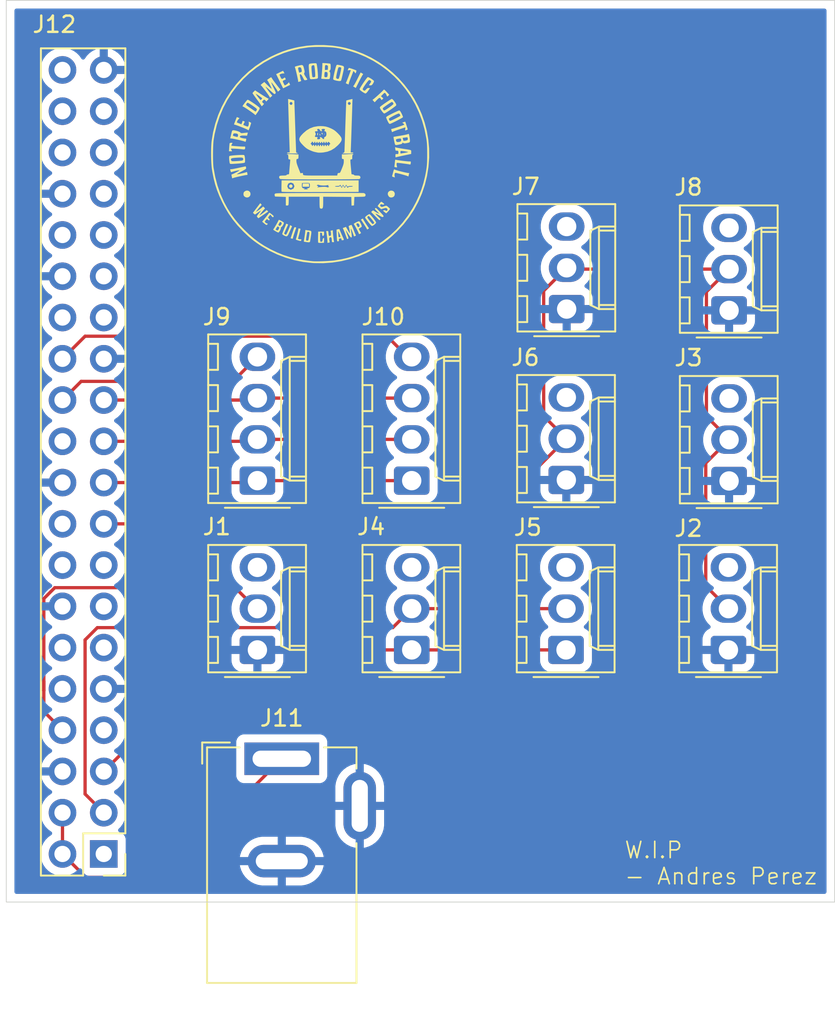
<source format=kicad_pcb>
(kicad_pcb (version 20240108) (generator "pcbnew") (generator_version "8.0")
  (layers (0 "F.Cu" signal) (31 "B.Cu" signal) (34 "B.Paste" user) (35 "F.Paste" user) (36 "B.SilkS" user "B.Silkscreen") (37 "F.SilkS" user "F.Silkscreen") (38 "B.Mask" user) (39 "F.Mask" user) (44 "Edge.Cuts" user))
  (net 0 "")
  (net 1 "/SCLK0")
  (net 2 "/MISO0")
  (net 3 "/MOSI0")
  (net 4 "/SDA")
  (net 6 "GND")
  (net 9 "/TXD")
  (net 11 "/3V3")
  (net 18 "VCC")
  (net 19 "/SCL")
  (net 20 "/~{CE1}")
  (net 31 "/~{CE0}")
  (footprint "Connector_Molex:Molex_KK-254_AE-6410-03A_1x03_P2.54mm_Vertical" (layer "F.Cu") (at 134.46 84.48 90)
    (property "Reference" "J5" (at 7.54 -2.35 180) (layer "F.SilkS"))
    (property "Value" "i2c_1")
    (pad "1" thru_hole roundrect (at 0 0 90) (size 1.74 2.19) (drill 1.19) (layers "*.Cu" "*.Mask") (roundrect_rratio 0.143678) (net 19 "/SCL"))
    (pad "2" thru_hole oval (at 2.54 0 90) (size 1.74 2.19) (drill 1.19) (layers "*.Cu" "*.Mask") (net 4 "/SDA"))
    (pad "3" thru_hole oval (at 5.08 0 90) (size 1.74 2.19) (drill 1.19) (layers "*.Cu" "*.Mask"))
  )
  (footprint "Connector_Molex:Molex_KK-254_AE-6410-03A_1x03_P2.54mm_Vertical" (layer "F.Cu") (at 134.5 63.5 90)
    (property "Reference" "J7" (at 7.54 -2.52 180) (layer "F.SilkS"))
    (property "Value" "3V3_3")
    (pad "1" thru_hole roundrect (at 0 0 90) (size 1.74 2.19) (drill 1.19) (layers "*.Cu" "*.Mask") (roundrect_rratio 0.143678) (net 6 "GND"))
    (pad "2" thru_hole oval (at 2.54 0 90) (size 1.74 2.19) (drill 1.19) (layers "*.Cu" "*.Mask") (net 11 "/3V3"))
    (pad "3" thru_hole oval (at 5.08 0 90) (size 1.74 2.19) (drill 1.19) (layers "*.Cu" "*.Mask"))
  )
  (footprint "Connector_Molex:Molex_KK-254_AE-6410-03A_1x03_P2.54mm_Vertical" (layer "F.Cu") (at 144.46 84.48 90)
    (property "Reference" "J2" (at 7.48 -2.46 180) (layer "F.SilkS"))
    (property "Value" "3V3_0")
    (pad "1" thru_hole roundrect (at 0 0 90) (size 1.74 2.19) (drill 1.19) (layers "*.Cu" "*.Mask") (roundrect_rratio 0.143678) (net 6 "GND"))
    (pad "2" thru_hole oval (at 2.54 0 90) (size 1.74 2.19) (drill 1.19) (layers "*.Cu" "*.Mask") (net 11 "/3V3"))
    (pad "3" thru_hole oval (at 5.08 0 90) (size 1.74 2.19) (drill 1.19) (layers "*.Cu" "*.Mask"))
  )
  (footprint "Connector_Molex:Molex_KK-254_AE-6410-03A_1x03_P2.54mm_Vertical" (layer "F.Cu") (at 115.46 84.48 90)
    (property "Reference" "J1" (at 7.58 -2.5 180) (layer "F.SilkS"))
    (property "Value" "sabertooth")
    (pad "1" thru_hole roundrect (at 0 0 90) (size 1.74 2.19) (drill 1.19) (layers "*.Cu" "*.Mask") (roundrect_rratio 0.143678) (net 6 "GND"))
    (pad "2" thru_hole oval (at 2.54 0 90) (size 1.74 2.19) (drill 1.19) (layers "*.Cu" "*.Mask") (net 9 "/TXD"))
    (pad "3" thru_hole oval (at 5.08 0 90) (size 1.74 2.19) (drill 1.19) (layers "*.Cu" "*.Mask"))
  )
  (footprint "Connector_Molex:Molex_KK-254_AE-6410-03A_1x03_P2.54mm_Vertical" (layer "F.Cu") (at 124.96 84.48 90)
    (property "Reference" "J4" (at 7.58 -2.5 180) (layer "F.SilkS"))
    (property "Value" "i2c_0")
    (pad "1" thru_hole roundrect (at 0 0 90) (size 1.74 2.19) (drill 1.19) (layers "*.Cu" "*.Mask") (roundrect_rratio 0.143678) (net 19 "/SCL"))
    (pad "2" thru_hole oval (at 2.54 0 90) (size 1.74 2.19) (drill 1.19) (layers "*.Cu" "*.Mask") (net 4 "/SDA"))
    (pad "3" thru_hole oval (at 5.08 0 90) (size 1.74 2.19) (drill 1.19) (layers "*.Cu" "*.Mask"))
  )
  (footprint "Connector_Molex:Molex_KK-254_AE-6410-04A_1x04_P2.54mm_Vertical" (layer "F.Cu") (at 124.96 74.06 90)
    (property "Reference" "J10" (at 10.08 -1.75 180) (layer "F.SilkS"))
    (property "Value" "spi_1")
    (pad "1" thru_hole roundrect (at 0 0 90) (size 1.74 2.19) (drill 1.19) (layers "*.Cu" "*.Mask") (roundrect_rratio 0.143678) (net 3 "/MOSI0"))
    (pad "2" thru_hole oval (at 2.54 0 90) (size 1.74 2.19) (drill 1.19) (layers "*.Cu" "*.Mask") (net 2 "/MISO0"))
    (pad "3" thru_hole oval (at 5.08 0 90) (size 1.74 2.19) (drill 1.19) (layers "*.Cu" "*.Mask") (net 1 "/SCLK0"))
    (pad "4" thru_hole oval (at 7.62 0 90) (size 1.74 2.19) (drill 1.19) (layers "*.Cu" "*.Mask") (net 20 "/~{CE1}"))
  )
  (footprint "Connector_PinHeader_2.54mm:PinHeader_2x20_P2.54mm_Vertical" (layer "F.Cu") (at 106 97.04 180)
    (property "Reference" "J12" (at 3.04 51.06 0) (layer "F.SilkS"))
    (property "Value" "Raspberry_Pi_2_3")
    (pad "1" thru_hole rect (at 0 0 180) (size 1.7 1.7) (drill 1) (layers "*.Cu" "*.Mask") (net 11 "/3V3"))
    (pad "2" thru_hole oval (at 2.54 0 180) (size 1.7 1.7) (drill 1) (layers "*.Cu" "*.Mask") (net 18 "VCC"))
    (pad "3" thru_hole oval (at 0 2.54 180) (size 1.7 1.7) (drill 1) (layers "*.Cu" "*.Mask") (net 4 "/SDA"))
    (pad "4" thru_hole oval (at 2.54 2.54 180) (size 1.7 1.7) (drill 1) (layers "*.Cu" "*.Mask") (net 18 "VCC"))
    (pad "5" thru_hole oval (at 0 5.08 180) (size 1.7 1.7) (drill 1) (layers "*.Cu" "*.Mask") (net 19 "/SCL"))
    (pad "6" thru_hole oval (at 2.54 5.08 180) (size 1.7 1.7) (drill 1) (layers "*.Cu" "*.Mask") (net 6 "GND"))
    (pad "7" thru_hole oval (at 0 7.62 180) (size 1.7 1.7) (drill 1) (layers "*.Cu" "*.Mask"))
    (pad "8" thru_hole oval (at 2.54 7.62 180) (size 1.7 1.7) (drill 1) (layers "*.Cu" "*.Mask") (net 9 "/TXD"))
    (pad "9" thru_hole oval (at 0 10.16 180) (size 1.7 1.7) (drill 1) (layers "*.Cu" "*.Mask") (net 6 "GND"))
    (pad "10" thru_hole oval (at 2.54 10.16 180) (size 1.7 1.7) (drill 1) (layers "*.Cu" "*.Mask"))
    (pad "11" thru_hole oval (at 0 12.7 180) (size 1.7 1.7) (drill 1) (layers "*.Cu" "*.Mask"))
    (pad "12" thru_hole oval (at 2.54 12.7 180) (size 1.7 1.7) (drill 1) (layers "*.Cu" "*.Mask"))
    (pad "13" thru_hole oval (at 0 15.24 180) (size 1.7 1.7) (drill 1) (layers "*.Cu" "*.Mask"))
    (pad "14" thru_hole oval (at 2.54 15.24 180) (size 1.7 1.7) (drill 1) (layers "*.Cu" "*.Mask") (net 6 "GND"))
    (pad "15" thru_hole oval (at 0 17.78 180) (size 1.7 1.7) (drill 1) (layers "*.Cu" "*.Mask"))
    (pad "16" thru_hole oval (at 2.54 17.78 180) (size 1.7 1.7) (drill 1) (layers "*.Cu" "*.Mask"))
    (pad "17" thru_hole oval (at 0 20.32 180) (size 1.7 1.7) (drill 1) (layers "*.Cu" "*.Mask") (net 11 "/3V3"))
    (pad "18" thru_hole oval (at 2.54 20.32 180) (size 1.7 1.7) (drill 1) (layers "*.Cu" "*.Mask"))
    (pad "19" thru_hole oval (at 0 22.86 180) (size 1.7 1.7) (drill 1) (layers "*.Cu" "*.Mask") (net 3 "/MOSI0"))
    (pad "20" thru_hole oval (at 2.54 22.86 180) (size 1.7 1.7) (drill 1) (layers "*.Cu" "*.Mask") (net 6 "GND"))
    (pad "21" thru_hole oval (at 0 25.4 180) (size 1.7 1.7) (drill 1) (layers "*.Cu" "*.Mask") (net 2 "/MISO0"))
    (pad "22" thru_hole oval (at 2.54 25.4 180) (size 1.7 1.7) (drill 1) (layers "*.Cu" "*.Mask"))
    (pad "23" thru_hole oval (at 0 27.94 180) (size 1.7 1.7) (drill 1) (layers "*.Cu" "*.Mask") (net 1 "/SCLK0"))
    (pad "24" thru_hole oval (at 2.54 27.94 180) (size 1.7 1.7) (drill 1) (layers "*.Cu" "*.Mask") (net 31 "/~{CE0}"))
    (pad "25" thru_hole oval (at 0 30.48 180) (size 1.7 1.7) (drill 1) (layers "*.Cu" "*.Mask") (net 6 "GND"))
    (pad "26" thru_hole oval (at 2.54 30.48 180) (size 1.7 1.7) (drill 1) (layers "*.Cu" "*.Mask") (net 20 "/~{CE1}"))
    (pad "27" thru_hole oval (at 0 33.02 180) (size 1.7 1.7) (drill 1) (layers "*.Cu" "*.Mask"))
    (pad "28" thru_hole oval (at 2.54 33.02 180) (size 1.7 1.7) (drill 1) (layers "*.Cu" "*.Mask"))
    (pad "29" thru_hole oval (at 0 35.56 180) (size 1.7 1.7) (drill 1) (layers "*.Cu" "*.Mask"))
    (pad "30" thru_hole oval (at 2.54 35.56 180) (size 1.7 1.7) (drill 1) (layers "*.Cu" "*.Mask") (net 6 "GND"))
    (pad "31" thru_hole oval (at 0 38.1 180) (size 1.7 1.7) (drill 1) (layers "*.Cu" "*.Mask"))
    (pad "32" thru_hole oval (at 2.54 38.1 180) (size 1.7 1.7) (drill 1) (layers "*.Cu" "*.Mask"))
    (pad "33" thru_hole oval (at 0 40.64 180) (size 1.7 1.7) (drill 1) (layers "*.Cu" "*.Mask"))
    (pad "34" thru_hole oval (at 2.54 40.64 180) (size 1.7 1.7) (drill 1) (layers "*.Cu" "*.Mask") (net 6 "GND"))
    (pad "35" thru_hole oval (at 0 43.18 180) (size 1.7 1.7) (drill 1) (layers "*.Cu" "*.Mask"))
    (pad "36" thru_hole oval (at 2.54 43.18 180) (size 1.7 1.7) (drill 1) (layers "*.Cu" "*.Mask"))
    (pad "37" thru_hole oval (at 0 45.72 180) (size 1.7 1.7) (drill 1) (layers "*.Cu" "*.Mask"))
    (pad "38" thru_hole oval (at 2.54 45.72 180) (size 1.7 1.7) (drill 1) (layers "*.Cu" "*.Mask"))
    (pad "39" thru_hole oval (at 0 48.26 180) (size 1.7 1.7) (drill 1) (layers "*.Cu" "*.Mask") (net 6 "GND"))
    (pad "40" thru_hole oval (at 2.54 48.26 180) (size 1.7 1.7) (drill 1) (layers "*.Cu" "*.Mask"))
  )
  (footprint "Connector_Molex:Molex_KK-254_AE-6410-03A_1x03_P2.54mm_Vertical" (layer "F.Cu") (at 134.48 74.02 90)
    (property "Reference" "J6" (at 7.54 -2.52 180) (layer "F.SilkS"))
    (property "Value" "3V3_2")
    (pad "1" thru_hole roundrect (at 0 0 90) (size 1.74 2.19) (drill 1.19) (layers "*.Cu" "*.Mask") (roundrect_rratio 0.143678) (net 6 "GND"))
    (pad "2" thru_hole oval (at 2.54 0 90) (size 1.74 2.19) (drill 1.19) (layers "*.Cu" "*.Mask") (net 11 "/3V3"))
    (pad "3" thru_hole oval (at 5.08 0 90) (size 1.74 2.19) (drill 1.19) (layers "*.Cu" "*.Mask"))
  )
  (footprint "Connector_Molex:Molex_KK-254_AE-6410-03A_1x03_P2.54mm_Vertical" (layer "F.Cu") (at 144.5 63.58 90)
    (property "Reference" "J8" (at 7.58 -2.5 0) (layer "F.SilkS"))
    (property "Value" "ambigious")
    (pad "1" thru_hole roundrect (at 0 0 90) (size 1.74 2.19) (drill 1.19) (layers "*.Cu" "*.Mask") (roundrect_rratio 0.143678) (net 6 "GND"))
    (pad "2" thru_hole oval (at 2.54 0 90) (size 1.74 2.19) (drill 1.19) (layers "*.Cu" "*.Mask") (net 11 "/3V3"))
    (pad "3" thru_hole oval (at 5.08 0 90) (size 1.74 2.19) (drill 1.19) (layers "*.Cu" "*.Mask"))
  )
  (footprint "Connector_Molex:Molex_KK-254_AE-6410-03A_1x03_P2.54mm_Vertical" (layer "F.Cu") (at 144.5 74.08 90)
    (property "Reference" "J3" (at 7.58 -2.5 180) (layer "F.SilkS"))
    (property "Value" "3V3_1")
    (pad "1" thru_hole roundrect (at 0 0 90) (size 1.74 2.19) (drill 1.19) (layers "*.Cu" "*.Mask") (roundrect_rratio 0.143678) (net 6 "GND"))
    (pad "2" thru_hole oval (at 2.54 0 90) (size 1.74 2.19) (drill 1.19) (layers "*.Cu" "*.Mask") (net 11 "/3V3"))
    (pad "3" thru_hole oval (at 5.08 0 90) (size 1.74 2.19) (drill 1.19) (layers "*.Cu" "*.Mask"))
  )
  (footprint "NDLogo:newLogo" (layer "F.Cu") (at 119 54)
    (property "Reference" "G***" (hide yes))
    (property "Value" "LOGO" (hide yes))
  )
  (footprint "Connector_BarrelJack:BarrelJack_GCT_DCJ200-10-A_Horizontal" (layer "F.Cu") (at 116.96 91.18)
    (property "Reference" "J11" (at 0 -2.5 0) (layer "F.SilkS"))
    (property "Value" "Barrel_Jack_Switch")
    (pad "1" thru_hole rect (at 0 0) (size 4.6 2) (drill oval 3.6 1) (layers "*.Cu" "*.Mask") (net 18 "VCC"))
    (pad "2" thru_hole oval (at 0 6.3) (size 4.2 2) (drill oval 3.2 1) (layers "*.Cu" "*.Mask") (net 6 "GND"))
    (pad "3" thru_hole oval (at 4.8 2.9) (size 2 4.2) (drill oval 1 3.2) (layers "*.Cu" "*.Mask") (net 6 "GND"))
  )
  (footprint "Connector_Molex:Molex_KK-254_AE-6410-04A_1x04_P2.54mm_Vertical" (layer "F.Cu") (at 115.46 74.06 90)
    (property "Reference" "J9" (at 10.08 -2.5 180) (layer "F.SilkS"))
    (property "Value" "spi_0")
    (pad "1" thru_hole roundrect (at 0 0 90) (size 1.74 2.19) (drill 1.19) (layers "*.Cu" "*.Mask") (roundrect_rratio 0.143678) (net 3 "/MOSI0"))
    (pad "2" thru_hole oval (at 2.54 0 90) (size 1.74 2.19) (drill 1.19) (layers "*.Cu" "*.Mask") (net 2 "/MISO0"))
    (pad "3" thru_hole oval (at 5.08 0 90) (size 1.74 2.19) (drill 1.19) (layers "*.Cu" "*.Mask") (net 1 "/SCLK0"))
    (pad "4" thru_hole oval (at 7.62 0 90) (size 1.74 2.19) (drill 1.19) (layers "*.Cu" "*.Mask") (net 31 "/~{CE0}"))
  )
  (gr_rect (start 100 44.5) (end 151 100) (stroke (width 0.05)) (fill none) (layer "Edge.Cuts"))
  (gr_text "W.I.P\n- Andres Perez" (at 138 99 0) (layer "F.SilkS") (effects (font (size 1 1) (thickness 0.1)) (justify left bottom)))
  (segment (start 115.34 69.1) (end 115.46 68.98) (width 0.2) (layer "F.Cu") (net 1))
  (segment (start 106 69.1) (end 115.34 69.1) (width 0.2) (layer "F.Cu") (net 1))
  (segment (start 124.71 68.98) (end 115.46 68.98) (width 0.2) (layer "F.Cu") (net 1))
  (segment (start 106 71.64) (end 115.34 71.64) (width 0.2) (layer "F.Cu") (net 2))
  (segment (start 115.34 71.64) (end 115.46 71.52) (width 0.2) (layer "F.Cu") (net 2))
  (segment (start 115.46 71.52) (end 124.71 71.52) (width 0.2) (layer "F.Cu") (net 2))
  (segment (start 115.34 74.18) (end 115.46 74.06) (width 0.2) (layer "F.Cu") (net 3))
  (segment (start 106 74.18) (end 115.34 74.18) (width 0.2) (layer "F.Cu") (net 3))
  (segment (start 115.46 74.06) (end 124.71 74.06) (width 0.2) (layer "F.Cu") (net 3))
  (segment (start 134.46 81.94) (end 124.96 81.94) (width 0.2) (layer "F.Cu") (net 4))
  (segment (start 123.79 83.11) (end 124.96 81.94) (width 0.2) (layer "F.Cu") (net 4))
  (segment (start 105.603654 83.11) (end 123.79 83.11) (width 0.2) (layer "F.Cu") (net 4))
  (segment (start 104.85 83.863654) (end 105.603654 83.11) (width 0.2) (layer "F.Cu") (net 4))
  (segment (start 104.85 93.35) (end 104.85 83.863654) (width 0.2) (layer "F.Cu") (net 4))
  (segment (start 106 94.5) (end 104.85 93.35) (width 0.2) (layer "F.Cu") (net 4))
  (segment (start 114.09 80.65) (end 102.983654 80.65) (width 0.2) (layer "F.Cu") (net 9))
  (segment (start 102.31 88.27) (end 103.46 89.42) (width 0.2) (layer "F.Cu") (net 9))
  (segment (start 102.31 86.403654) (end 102.31 86.98) (width 0.2) (layer "F.Cu") (net 9))
  (segment (start 102.31 81.323654) (end 102.31 86.98) (width 0.2) (layer "F.Cu") (net 9))
  (segment (start 102.31 86.98) (end 102.31 88.27) (width 0.2) (layer "F.Cu") (net 9))
  (segment (start 115.46 82.02) (end 114.95 82.53) (width 0.2) (layer "F.Cu") (net 9))
  (segment (start 102.983654 80.65) (end 102.31 81.323654) (width 0.2) (layer "F.Cu") (net 9))
  (segment (start 115.46 82.02) (end 114.09 80.65) (width 0.2) (layer "F.Cu") (net 9))
  (segment (start 133.085 62.375) (end 133.085 70.085) (width 0.2) (layer "F.Cu") (net 11))
  (segment (start 144.46 81.94) (end 143.065 80.545) (width 0.2) (layer "F.Cu") (net 11))
  (segment (start 134.5 60.96) (end 133.085 62.375) (width 0.2) (layer "F.Cu") (net 11))
  (segment (start 143.105 62.435) (end 144.5 61.04) (width 0.2) (layer "F.Cu") (net 11))
  (segment (start 134.58 61.04) (end 134.5 60.96) (width 0.2) (layer "F.Cu") (net 11))
  (segment (start 129.24 76.72) (end 134.48 71.48) (width 0.2) (layer "F.Cu") (net 11))
  (segment (start 144.5 71.54) (end 144.5 71.5) (width 0.2) (layer "F.Cu") (net 11))
  (segment (start 133.085 70.085) (end 134.48 71.48) (width 0.2) (layer "F.Cu") (net 11))
  (segment (start 143.065 72.975) (end 144.5 71.54) (width 0.2) (layer "F.Cu") (net 11))
  (segment (start 144.5 61.04) (end 134.58 61.04) (width 0.2) (layer "F.Cu") (net 11))
  (segment (start 144.5 71.5) (end 143.105 70.105) (width 0.2) (layer "F.Cu") (net 11))
  (segment (start 143.065 80.545) (end 143.065 72.975) (width 0.2) (layer "F.Cu") (net 11))
  (segment (start 106 76.72) (end 129.24 76.72) (width 0.2) (layer "F.Cu") (net 11))
  (segment (start 143.105 70.105) (end 143.105 62.435) (width 0.2) (layer "F.Cu") (net 11))
  (segment (start 103.46 97.04) (end 104.9 98.48) (width 0.2) (layer "F.Cu") (net 18))
  (segment (start 104.9 98.48) (end 109.66 98.48) (width 0.2) (layer "F.Cu") (net 18))
  (segment (start 103.46 94.5) (end 103.46 97.04) (width 0.2) (layer "F.Cu") (net 18))
  (segment (start 109.66 98.48) (end 116.96 91.18) (width 0.2) (layer "F.Cu") (net 18))
  (segment (start 134.46 84.48) (end 124.96 84.48) (width 0.2) (layer "F.Cu") (net 19))
  (segment (start 121.96 84.48) (end 124.96 84.48) (width 0.2) (layer "F.Cu") (net 19))
  (segment (start 106 91.96) (end 111.48 86.48) (width 0.2) (layer "F.Cu") (net 19))
  (segment (start 119.96 86.48) (end 121.96 84.48) (width 0.2) (layer "F.Cu") (net 19))
  (segment (start 111.48 86.48) (end 119.96 86.48) (width 0.2) (layer "F.Cu") (net 19))
  (segment (start 124.71 66.44) (end 123.44 65.17) (width 0.2) (layer "F.Cu") (net 20))
  (segment (start 104.85 65.17) (end 103.46 66.56) (width 0.2) (layer "F.Cu") (net 20))
  (segment (start 123.44 65.17) (end 104.85 65.17) (width 0.2) (layer "F.Cu") (net 20))
  (segment (start 103.46 69.1) (end 104.61 67.95) (width 0.2) (layer "F.Cu") (net 31))
  (segment (start 113.95 67.95) (end 115.46 66.44) (width 0.2) (layer "F.Cu") (net 31))
  (segment (start 104.61 67.95) (end 113.95 67.95) (width 0.2) (layer "F.Cu") (net 31))
  (zone (net 6) (net_name "GND") (layer "B.Cu") (connect_pads (clearance 0.5)) (min_thickness 0.25) (fill yes (thermal_gap 0.5) (thermal_bridge_width 0.5))
    (polygon (pts (xy 100 44.5) (xy 151 44.5) (xy 151 100) (xy 100 100)))
  )
)
</source>
